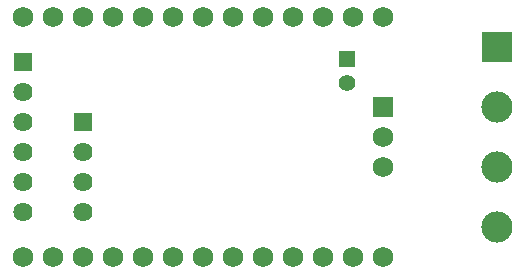
<source format=gbr>
G04 #@! TF.FileFunction,Soldermask,Bot*
%FSLAX46Y46*%
G04 Gerber Fmt 4.6, Leading zero omitted, Abs format (unit mm)*
G04 Created by KiCad (PCBNEW 4.0.1-stable) date 8/1/2016 6:35:50 PM*
%MOMM*%
G01*
G04 APERTURE LIST*
%ADD10C,0.100000*%
%ADD11R,2.641600X2.641600*%
%ADD12C,2.641600*%
%ADD13R,1.625600X1.625600*%
%ADD14C,1.625600*%
%ADD15R,1.401600X1.401600*%
%ADD16C,1.401600*%
%ADD17C,1.752600*%
%ADD18R,1.752600X1.752600*%
G04 APERTURE END LIST*
D10*
D11*
X41529000Y19177000D03*
D12*
X41529000Y14097000D03*
X41529000Y9017000D03*
X41529000Y3937000D03*
D13*
X6477000Y12827000D03*
D14*
X6477000Y10287000D03*
X6477000Y7747000D03*
X6477000Y5207000D03*
D15*
X28829000Y18161000D03*
D16*
X28829000Y16161000D03*
D17*
X31877000Y21717000D03*
X29337000Y21717000D03*
X26797000Y21717000D03*
X24257000Y21717000D03*
X21717000Y21717000D03*
X19177000Y21717000D03*
X16637000Y21717000D03*
X14097000Y21717000D03*
X11557000Y21717000D03*
X9017000Y21717000D03*
X6477000Y21717000D03*
X3937000Y21717000D03*
X1397000Y21717000D03*
X1397000Y1397000D03*
X3937000Y1397000D03*
X6477000Y1397000D03*
X9017000Y1397000D03*
X11557000Y1397000D03*
X14097000Y1397000D03*
X16637000Y1397000D03*
X19177000Y1397000D03*
X21717000Y1397000D03*
X24257000Y1397000D03*
X26797000Y1397000D03*
X29337000Y1397000D03*
X31877000Y1397000D03*
D13*
X1397000Y17907000D03*
D14*
X1397000Y15367000D03*
X1397000Y12827000D03*
X1397000Y10287000D03*
X1397000Y7747000D03*
X1397000Y5207000D03*
D18*
X31877000Y14097000D03*
D17*
X31877000Y11557000D03*
X31877000Y9017000D03*
M02*

</source>
